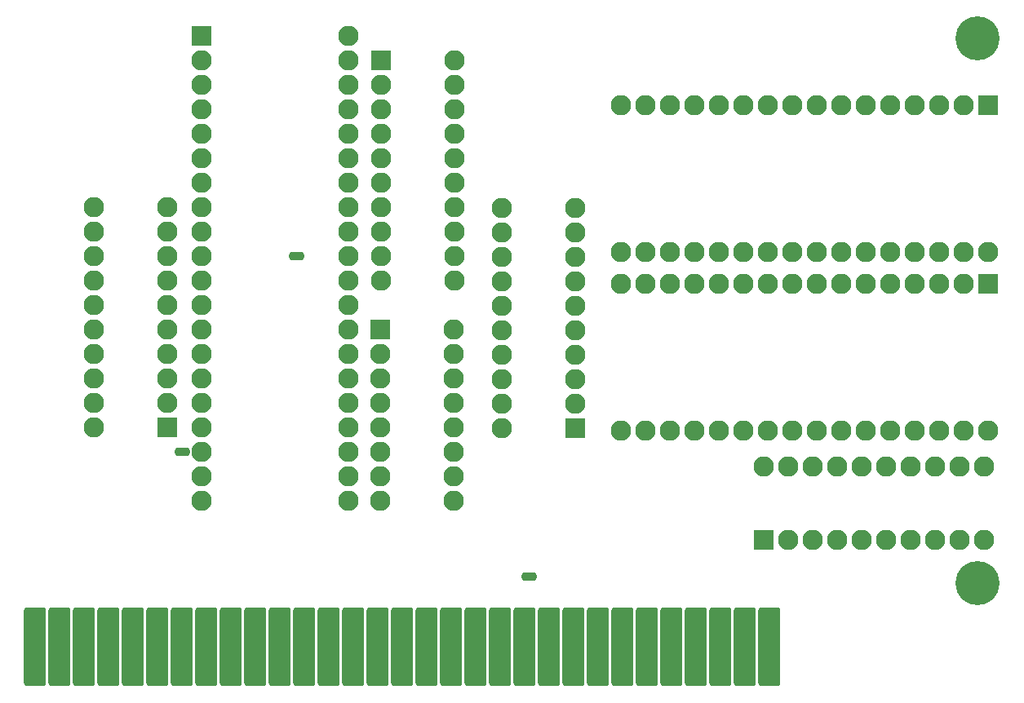
<source format=gts>
%TF.GenerationSoftware,KiCad,Pcbnew,(6.0.9)*%
%TF.CreationDate,2023-01-14T12:16:42+02:00*%
%TF.ProjectId,CPU,4350552e-6b69-4636-9164-5f7063625858,rev?*%
%TF.SameCoordinates,Original*%
%TF.FileFunction,Soldermask,Top*%
%TF.FilePolarity,Negative*%
%FSLAX46Y46*%
G04 Gerber Fmt 4.6, Leading zero omitted, Abs format (unit mm)*
G04 Created by KiCad (PCBNEW (6.0.9)) date 2023-01-14 12:16:42*
%MOMM*%
%LPD*%
G01*
G04 APERTURE LIST*
G04 Aperture macros list*
%AMRoundRect*
0 Rectangle with rounded corners*
0 $1 Rounding radius*
0 $2 $3 $4 $5 $6 $7 $8 $9 X,Y pos of 4 corners*
0 Add a 4 corners polygon primitive as box body*
4,1,4,$2,$3,$4,$5,$6,$7,$8,$9,$2,$3,0*
0 Add four circle primitives for the rounded corners*
1,1,$1+$1,$2,$3*
1,1,$1+$1,$4,$5*
1,1,$1+$1,$6,$7*
1,1,$1+$1,$8,$9*
0 Add four rect primitives between the rounded corners*
20,1,$1+$1,$2,$3,$4,$5,0*
20,1,$1+$1,$4,$5,$6,$7,0*
20,1,$1+$1,$6,$7,$8,$9,0*
20,1,$1+$1,$8,$9,$2,$3,0*%
G04 Aperture macros list end*
%ADD10O,2.108000X2.108000*%
%ADD11RoundRect,0.254000X-0.800000X0.800000X-0.800000X-0.800000X0.800000X-0.800000X0.800000X0.800000X0*%
%ADD12RoundRect,0.254000X-0.889000X-3.810000X0.889000X-3.810000X0.889000X3.810000X-0.889000X3.810000X0*%
%ADD13RoundRect,0.254000X0.800000X0.800000X-0.800000X0.800000X-0.800000X-0.800000X0.800000X-0.800000X0*%
%ADD14RoundRect,0.254000X0.800000X-0.800000X0.800000X0.800000X-0.800000X0.800000X-0.800000X-0.800000X0*%
%ADD15RoundRect,0.254000X-0.800000X-0.800000X0.800000X-0.800000X0.800000X0.800000X-0.800000X0.800000X0*%
%ADD16C,4.572000*%
%ADD17RoundRect,0.354000X0.130000X0.100000X-0.130000X0.100000X-0.130000X-0.100000X0.130000X-0.100000X0*%
%ADD18RoundRect,0.354000X-0.130000X-0.100000X0.130000X-0.100000X0.130000X0.100000X-0.130000X0.100000X0*%
G04 APERTURE END LIST*
D10*
%TO.C,U19*%
X203000000Y-108015000D03*
X200460000Y-108015000D03*
X197920000Y-108015000D03*
X195380000Y-108015000D03*
X192840000Y-108015000D03*
X190300000Y-108015000D03*
X187760000Y-108015000D03*
X185220000Y-108015000D03*
X182680000Y-108015000D03*
X180140000Y-108015000D03*
X177600000Y-108015000D03*
X175060000Y-108015000D03*
X172520000Y-108015000D03*
X169980000Y-108015000D03*
X167440000Y-108015000D03*
X164900000Y-108015000D03*
X164900000Y-92775000D03*
X167440000Y-92775000D03*
X169980000Y-92775000D03*
X172520000Y-92775000D03*
X175060000Y-92775000D03*
X177600000Y-92775000D03*
X180140000Y-92775000D03*
X182680000Y-92775000D03*
X185220000Y-92775000D03*
X187760000Y-92775000D03*
X190300000Y-92775000D03*
X192840000Y-92775000D03*
X195380000Y-92775000D03*
X197920000Y-92775000D03*
X200460000Y-92775000D03*
D11*
X203000000Y-92775000D03*
%TD*%
D12*
%TO.C,BUS1*%
X180340000Y-130492500D03*
X177800000Y-130492500D03*
X175260000Y-130492500D03*
X172720000Y-130492500D03*
X170180000Y-130492500D03*
X167640000Y-130492500D03*
X165100000Y-130492500D03*
X162560000Y-130492500D03*
X160020000Y-130492500D03*
X157480000Y-130492500D03*
X154940000Y-130492500D03*
X152400000Y-130492500D03*
X149860000Y-130492500D03*
X147320000Y-130492500D03*
X144780000Y-130492500D03*
X142240000Y-130492500D03*
X139700000Y-130492500D03*
X137160000Y-130492500D03*
X134620000Y-130492500D03*
X132080000Y-130492500D03*
X129540000Y-130492500D03*
X127000000Y-130492500D03*
X124460000Y-130492500D03*
X121920000Y-130492500D03*
X119380000Y-130492500D03*
X116840000Y-130492500D03*
X114300000Y-130492500D03*
X111760000Y-130492500D03*
X109220000Y-130492500D03*
X106680000Y-130492500D03*
X104140000Y-130492500D03*
%TD*%
D13*
%TO.C,U2*%
X160150000Y-107775000D03*
D10*
X160150000Y-105235000D03*
X160150000Y-102695000D03*
X160150000Y-100155000D03*
X160150000Y-97615000D03*
X160150000Y-95075000D03*
X160150000Y-92535000D03*
X160150000Y-89995000D03*
X160150000Y-87455000D03*
X160150000Y-84915000D03*
X152530000Y-84915000D03*
X152530000Y-87455000D03*
X152530000Y-89995000D03*
X152530000Y-92535000D03*
X152530000Y-95075000D03*
X152530000Y-97615000D03*
X152530000Y-100155000D03*
X152530000Y-102695000D03*
X152530000Y-105235000D03*
X152530000Y-107775000D03*
%TD*%
D14*
%TO.C,U21*%
X179725000Y-119350000D03*
D10*
X182265000Y-119350000D03*
X184805000Y-119350000D03*
X187345000Y-119350000D03*
X189885000Y-119350000D03*
X192425000Y-119350000D03*
X194965000Y-119350000D03*
X197505000Y-119350000D03*
X200045000Y-119350000D03*
X202585000Y-119350000D03*
X202585000Y-111730000D03*
X200045000Y-111730000D03*
X197505000Y-111730000D03*
X194965000Y-111730000D03*
X192425000Y-111730000D03*
X189885000Y-111730000D03*
X187345000Y-111730000D03*
X184805000Y-111730000D03*
X182265000Y-111730000D03*
X179725000Y-111730000D03*
%TD*%
D15*
%TO.C,U1*%
X121407000Y-67061000D03*
D10*
X121407000Y-69601000D03*
X121407000Y-72141000D03*
X121407000Y-74681000D03*
X121407000Y-77221000D03*
X121407000Y-79761000D03*
X121407000Y-82301000D03*
X121407000Y-84841000D03*
X121407000Y-87381000D03*
X121407000Y-89921000D03*
X121407000Y-92461000D03*
X121407000Y-95001000D03*
X121407000Y-97541000D03*
X121407000Y-100081000D03*
X121407000Y-102621000D03*
X121407000Y-105161000D03*
X121407000Y-107701000D03*
X121407000Y-110241000D03*
X121407000Y-112781000D03*
X121407000Y-115321000D03*
X136647000Y-115321000D03*
X136647000Y-112781000D03*
X136647000Y-110241000D03*
X136647000Y-107701000D03*
X136647000Y-105161000D03*
X136647000Y-102621000D03*
X136647000Y-100081000D03*
X136647000Y-97541000D03*
X136647000Y-95001000D03*
X136647000Y-92461000D03*
X136647000Y-89921000D03*
X136647000Y-87381000D03*
X136647000Y-84841000D03*
X136647000Y-82301000D03*
X136647000Y-79761000D03*
X136647000Y-77221000D03*
X136647000Y-74681000D03*
X136647000Y-72141000D03*
X136647000Y-69601000D03*
X136647000Y-67061000D03*
%TD*%
D15*
%TO.C,U7*%
X139964000Y-69601000D03*
D10*
X139964000Y-72141000D03*
X139964000Y-74681000D03*
X139964000Y-77221000D03*
X139964000Y-79761000D03*
X139964000Y-82301000D03*
X139964000Y-84841000D03*
X139964000Y-87381000D03*
X139964000Y-89921000D03*
X139964000Y-92461000D03*
X147584000Y-92461000D03*
X147584000Y-89921000D03*
X147584000Y-87381000D03*
X147584000Y-84841000D03*
X147584000Y-82301000D03*
X147584000Y-79761000D03*
X147584000Y-77221000D03*
X147584000Y-74681000D03*
X147584000Y-72141000D03*
X147584000Y-69601000D03*
%TD*%
D15*
%TO.C,U4*%
X139954000Y-97536000D03*
D10*
X139954000Y-100076000D03*
X139954000Y-102616000D03*
X139954000Y-105156000D03*
X139954000Y-107696000D03*
X139954000Y-110236000D03*
X139954000Y-112776000D03*
X139954000Y-115316000D03*
X147574000Y-115316000D03*
X147574000Y-112776000D03*
X147574000Y-110236000D03*
X147574000Y-107696000D03*
X147574000Y-105156000D03*
X147574000Y-102616000D03*
X147574000Y-100076000D03*
X147574000Y-97536000D03*
%TD*%
D13*
%TO.C,U3*%
X117846000Y-107691000D03*
D10*
X117846000Y-105151000D03*
X117846000Y-102611000D03*
X117846000Y-100071000D03*
X117846000Y-97531000D03*
X117846000Y-94991000D03*
X117846000Y-92451000D03*
X117846000Y-89911000D03*
X117846000Y-87371000D03*
X117846000Y-84831000D03*
X110226000Y-84831000D03*
X110226000Y-87371000D03*
X110226000Y-89911000D03*
X110226000Y-92451000D03*
X110226000Y-94991000D03*
X110226000Y-97531000D03*
X110226000Y-100071000D03*
X110226000Y-102611000D03*
X110226000Y-105151000D03*
X110226000Y-107691000D03*
%TD*%
D16*
%TO.C,HOLE1*%
X201930000Y-67310000D03*
%TD*%
%TO.C,HOLE2*%
X201930000Y-123825000D03*
%TD*%
D11*
%TO.C,U5*%
X203000000Y-74275000D03*
D10*
X200460000Y-74275000D03*
X197920000Y-74275000D03*
X195380000Y-74275000D03*
X192840000Y-74275000D03*
X190300000Y-74275000D03*
X187760000Y-74275000D03*
X185220000Y-74275000D03*
X182680000Y-74275000D03*
X180140000Y-74275000D03*
X177600000Y-74275000D03*
X175060000Y-74275000D03*
X172520000Y-74275000D03*
X169980000Y-74275000D03*
X167440000Y-74275000D03*
X164900000Y-74275000D03*
X164900000Y-89515000D03*
X167440000Y-89515000D03*
X169980000Y-89515000D03*
X172520000Y-89515000D03*
X175060000Y-89515000D03*
X177600000Y-89515000D03*
X180140000Y-89515000D03*
X182680000Y-89515000D03*
X185220000Y-89515000D03*
X187760000Y-89515000D03*
X190300000Y-89515000D03*
X192840000Y-89515000D03*
X195380000Y-89515000D03*
X197920000Y-89515000D03*
X200460000Y-89515000D03*
X203000000Y-89515000D03*
%TD*%
D17*
%TO.C,R2*%
X119700000Y-110236000D03*
X119060000Y-110236000D03*
%TD*%
%TO.C,R1*%
X131547000Y-89916000D03*
X130907000Y-89916000D03*
%TD*%
D18*
%TO.C,R3*%
X155037000Y-123190000D03*
X155677000Y-123190000D03*
%TD*%
M02*

</source>
